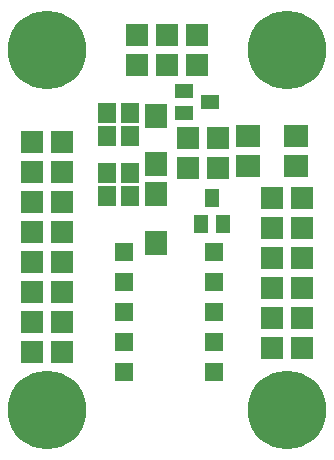
<source format=gbr>
G75*
G70*
%OFA0B0*%
%FSLAX24Y24*%
%IPPOS*%
%LPD*%
%AMOC8*
5,1,8,0,0,1.08239X$1,22.5*
%
%ADD10R,0.0592X0.0671*%
%ADD11R,0.0749X0.0789*%
%ADD12R,0.0789X0.0749*%
%ADD13R,0.0474X0.0631*%
%ADD14R,0.0631X0.0474*%
%ADD15R,0.0634X0.0634*%
%ADD16R,0.0730X0.0730*%
%ADD17C,0.2620*%
D10*
X004181Y010430D03*
X004181Y011180D03*
X004929Y011180D03*
X004929Y010430D03*
X004929Y012430D03*
X004929Y013180D03*
X004181Y013180D03*
X004181Y012430D03*
D11*
X005805Y013112D03*
X005805Y011498D03*
X005805Y010487D03*
X005805Y008873D03*
D12*
X008873Y011430D03*
X008873Y012430D03*
X010487Y012430D03*
X010487Y011430D03*
D13*
X008054Y009497D03*
X007680Y010363D03*
X007306Y009497D03*
D14*
X006747Y013181D03*
X006747Y013929D03*
X007613Y013555D03*
D15*
X007743Y008555D03*
X007743Y007555D03*
X007743Y006555D03*
X007743Y005555D03*
X007743Y004555D03*
X004743Y004555D03*
X004743Y005555D03*
X004743Y006555D03*
X004743Y007555D03*
X004743Y008555D03*
D16*
X002680Y008243D03*
X002680Y009243D03*
X002680Y010243D03*
X002680Y011243D03*
X002680Y012243D03*
X001680Y012243D03*
X001680Y011243D03*
X001680Y010243D03*
X001680Y009243D03*
X001680Y008243D03*
X001680Y007243D03*
X001680Y006243D03*
X001680Y005243D03*
X002680Y005243D03*
X002680Y006243D03*
X002680Y007243D03*
X006868Y011368D03*
X006868Y012368D03*
X007868Y012368D03*
X007868Y011368D03*
X009680Y010368D03*
X009680Y009368D03*
X009680Y008368D03*
X009680Y007368D03*
X009680Y006368D03*
X009680Y005368D03*
X010680Y005368D03*
X010680Y006368D03*
X010680Y007368D03*
X010680Y008368D03*
X010680Y009368D03*
X010680Y010368D03*
X007180Y014805D03*
X007180Y015805D03*
X006180Y015805D03*
X006180Y014805D03*
X005180Y014805D03*
X005180Y015805D03*
D17*
X002180Y003305D03*
X002180Y015305D03*
X010180Y015305D03*
X010180Y003305D03*
M02*

</source>
